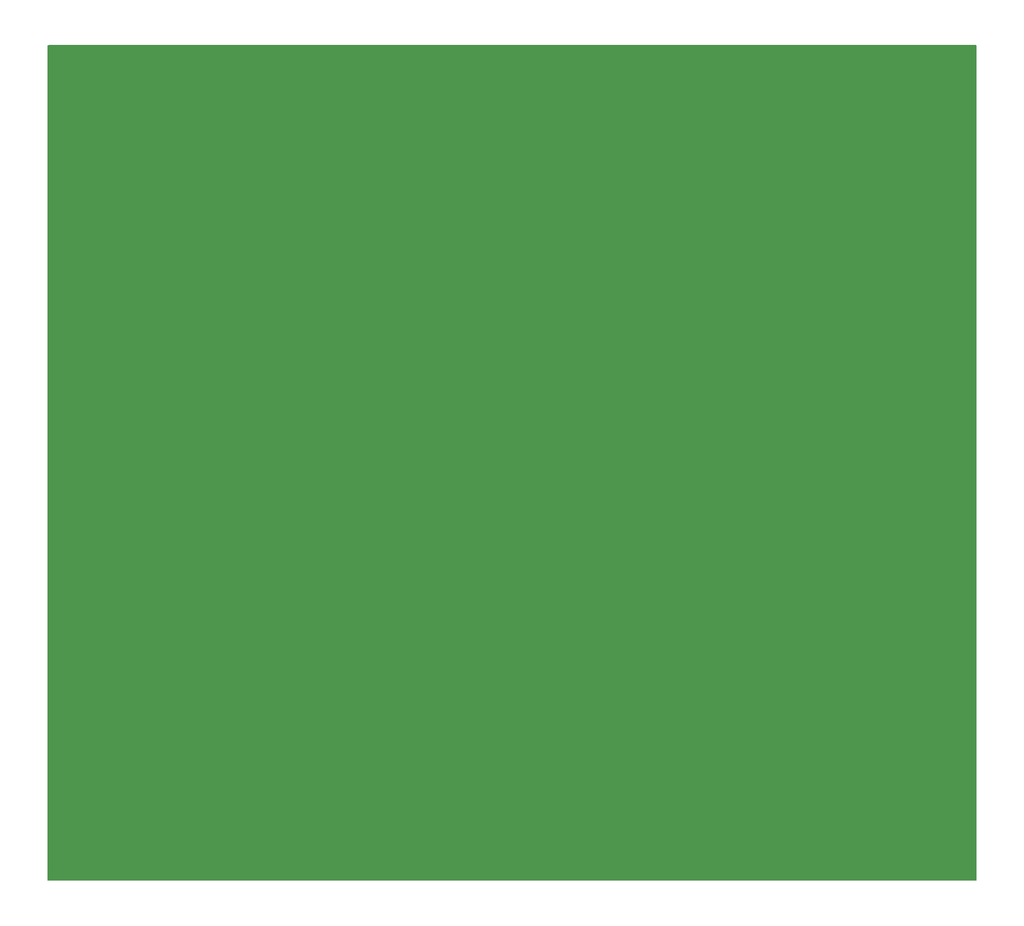
<source format=gbs>
G04 #@! TF.GenerationSoftware,KiCad,Pcbnew,(6.0.1)*
G04 #@! TF.CreationDate,2023-02-28T23:31:36-08:00*
G04 #@! TF.ProjectId,Current Test Bench,43757272-656e-4742-9054-657374204265,rev?*
G04 #@! TF.SameCoordinates,Original*
G04 #@! TF.FileFunction,Soldermask,Bot*
G04 #@! TF.FilePolarity,Negative*
%FSLAX46Y46*%
G04 Gerber Fmt 4.6, Leading zero omitted, Abs format (unit mm)*
G04 Created by KiCad (PCBNEW (6.0.1)) date 2023-02-28 23:31:36*
%MOMM*%
%LPD*%
G01*
G04 APERTURE LIST*
G04 Aperture macros list*
%AMRoundRect*
0 Rectangle with rounded corners*
0 $1 Rounding radius*
0 $2 $3 $4 $5 $6 $7 $8 $9 X,Y pos of 4 corners*
0 Add a 4 corners polygon primitive as box body*
4,1,4,$2,$3,$4,$5,$6,$7,$8,$9,$2,$3,0*
0 Add four circle primitives for the rounded corners*
1,1,$1+$1,$2,$3*
1,1,$1+$1,$4,$5*
1,1,$1+$1,$6,$7*
1,1,$1+$1,$8,$9*
0 Add four rect primitives between the rounded corners*
20,1,$1+$1,$2,$3,$4,$5,0*
20,1,$1+$1,$4,$5,$6,$7,0*
20,1,$1+$1,$6,$7,$8,$9,0*
20,1,$1+$1,$8,$9,$2,$3,0*%
G04 Aperture macros list end*
%ADD10C,7.600000*%
%ADD11RoundRect,1.900000X-1.900000X-1.900000X1.900000X-1.900000X1.900000X1.900000X-1.900000X1.900000X0*%
%ADD12RoundRect,1.900000X-1.900000X1.900000X-1.900000X-1.900000X1.900000X-1.900000X1.900000X1.900000X0*%
%ADD13RoundRect,1.900000X1.900000X1.900000X-1.900000X1.900000X-1.900000X-1.900000X1.900000X-1.900000X0*%
G04 APERTURE END LIST*
D10*
X160860000Y-139700000D03*
D11*
X149860000Y-139700000D03*
D10*
X165025000Y-53760000D03*
D12*
X165025000Y-42760000D03*
D10*
X160860000Y-76200000D03*
D11*
X149860000Y-76200000D03*
D10*
X68160000Y-78740000D03*
D13*
X79160000Y-78740000D03*
D10*
X137085000Y-53760000D03*
D12*
X137085000Y-42760000D03*
D10*
X68160000Y-109220000D03*
D13*
X79160000Y-109220000D03*
D10*
X68160000Y-137160000D03*
D13*
X79160000Y-137160000D03*
D10*
X68160000Y-50800000D03*
D13*
X79160000Y-50800000D03*
G36*
X182822121Y-22880002D02*
G01*
X182868614Y-22933658D01*
X182880000Y-22986000D01*
X182880000Y-159894000D01*
X182859998Y-159962121D01*
X182806342Y-160008614D01*
X182754000Y-160020000D01*
X30606000Y-160020000D01*
X30537879Y-159999998D01*
X30491386Y-159946342D01*
X30480000Y-159894000D01*
X30480000Y-22986000D01*
X30500002Y-22917879D01*
X30553658Y-22871386D01*
X30606000Y-22860000D01*
X182754000Y-22860000D01*
X182822121Y-22880002D01*
G37*
M02*

</source>
